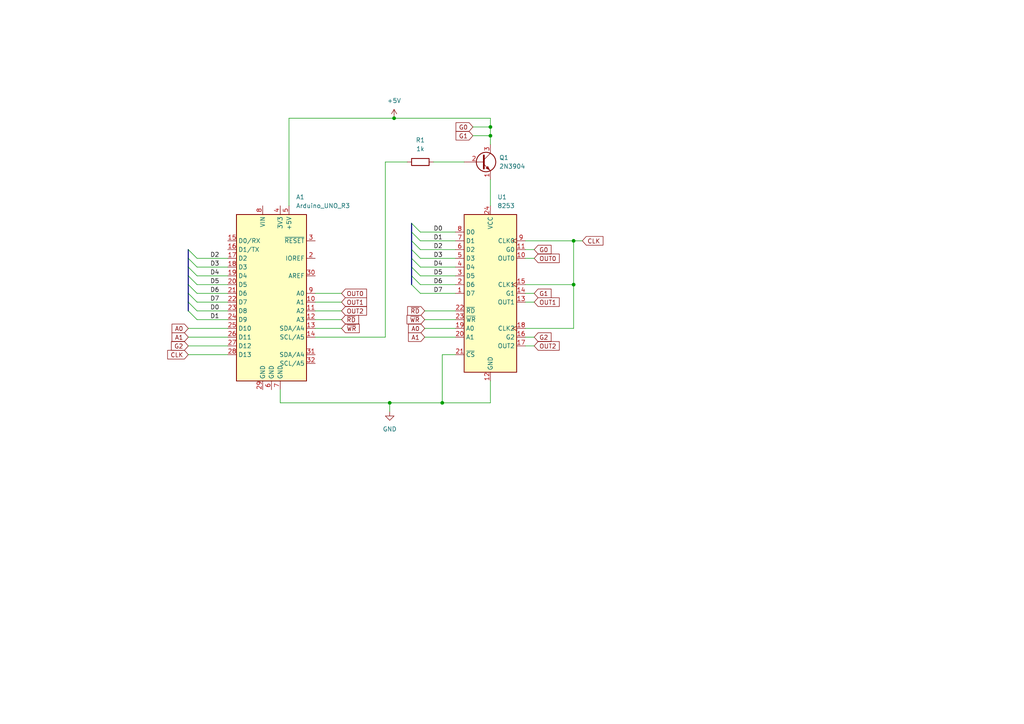
<source format=kicad_sch>
(kicad_sch (version 20211123) (generator eeschema)
  (paper "A4")
  (title_block (title "Arduino 8253") (date "2023-03-13") (rev "v1.0"))
  (lib_symbols
    (symbol "Device:R" (pin_numbers hide) (pin_names (offset 0))
      (property "Reference" "R" (at 2.032 0 90))
      (property "Value" "R" (at 0 0 90))
      (symbol "R_0_1"
        (rectangle (start -1.016 -2.54) (end 1.016 2.54) (stroke (width 0.254)))
      )
      (symbol "R_1_1"
        (pin passive line (at 0 3.81 270) (length 1.27) (name "~") (number "1"))
        (pin passive line (at 0 -3.81 90) (length 1.27) (name "~") (number "2"))
      )
    )
    (symbol "MCU_Module:Arduino_UNO_R3"
      (property "Reference" "A" (at -10.16 23.495 0))
      (property "Value" "Arduino_UNO_R3" (at 5.08 -26.67 0))
      (symbol "Arduino_UNO_R3_0_1"
        (rectangle (start -10.16 22.86) (end 10.16 -25.4) (stroke (width 0.254)) (fill (type background)))
      )
      (symbol "Arduino_UNO_R3_1_1"
        (pin no_connect line (at -10.16 -20.32 0) (length 2.54) hide (name "NC") (number "1"))
        (pin bidirectional line (at 12.7 -2.54 180) (length 2.54) (name "A1") (number "10"))
        (pin bidirectional line (at 12.7 -5.08 180) (length 2.54) (name "A2") (number "11"))
        (pin bidirectional line (at 12.7 -7.62 180) (length 2.54) (name "A3") (number "12"))
        (pin bidirectional line (at 12.7 -10.16 180) (length 2.54) (name "SDA/A4") (number "13"))
        (pin bidirectional line (at 12.7 -12.7 180) (length 2.54) (name "SCL/A5") (number "14"))
        (pin bidirectional line (at -12.7 15.24 0) (length 2.54) (name "D0/RX") (number "15"))
        (pin bidirectional line (at -12.7 12.7 0) (length 2.54) (name "D1/TX") (number "16"))
        (pin bidirectional line (at -12.7 10.16 0) (length 2.54) (name "D2") (number "17"))
        (pin bidirectional line (at -12.7 7.62 0) (length 2.54) (name "D3") (number "18"))
        (pin bidirectional line (at -12.7 5.08 0) (length 2.54) (name "D4") (number "19"))
        (pin output line (at 12.7 10.16 180) (length 2.54) (name "IOREF") (number "2"))
        (pin bidirectional line (at -12.7 2.54 0) (length 2.54) (name "D5") (number "20"))
        (pin bidirectional line (at -12.7 0 0) (length 2.54) (name "D6") (number "21"))
        (pin bidirectional line (at -12.7 -2.54 0) (length 2.54) (name "D7") (number "22"))
        (pin bidirectional line (at -12.7 -5.08 0) (length 2.54) (name "D8") (number "23"))
        (pin bidirectional line (at -12.7 -7.62 0) (length 2.54) (name "D9") (number "24"))
        (pin bidirectional line (at -12.7 -10.16 0) (length 2.54) (name "D10") (number "25"))
        (pin bidirectional line (at -12.7 -12.7 0) (length 2.54) (name "D11") (number "26"))
        (pin bidirectional line (at -12.7 -15.24 0) (length 2.54) (name "D12") (number "27"))
        (pin bidirectional line (at -12.7 -17.78 0) (length 2.54) (name "D13") (number "28"))
        (pin power_in line (at -2.54 -27.94 90) (length 2.54) (name "GND") (number "29"))
        (pin input line (at 12.7 15.24 180) (length 2.54) (name "~{RESET}") (number "3"))
        (pin input line (at 12.7 5.08 180) (length 2.54) (name "AREF") (number "30"))
        (pin bidirectional line (at 12.7 -17.78 180) (length 2.54) (name "SDA/A4") (number "31"))
        (pin bidirectional line (at 12.7 -20.32 180) (length 2.54) (name "SCL/A5") (number "32"))
        (pin power_out line (at 2.54 25.4 270) (length 2.54) (name "3V3") (number "4"))
        (pin power_out line (at 5.08 25.4 270) (length 2.54) (name "+5V") (number "5"))
        (pin power_in line (at 0 -27.94 90) (length 2.54) (name "GND") (number "6"))
        (pin power_in line (at 2.54 -27.94 90) (length 2.54) (name "GND") (number "7"))
        (pin power_in line (at -2.54 25.4 270) (length 2.54) (name "VIN") (number "8"))
        (pin bidirectional line (at 12.7 0 180) (length 2.54) (name "A0") (number "9"))
      )
    )
    (symbol "Timer:8253"
      (property "Reference" "U" (at -5.08 24.13 0))
      (property "Value" "8253" (at 2.54 24.13 0))
      (symbol "8253_0_1"
        (rectangle (start -7.62 -22.86) (end 7.62 22.86) (stroke (width 0.254)) (fill (type background)))
      )
      (symbol "8253_1_1"
        (pin bidirectional line (at -10.16 0 0) (length 2.54) (name "D7") (number "1"))
        (pin output line (at 10.16 10.16 180) (length 2.54) (name "OUT0") (number "10"))
        (pin input line (at 10.16 12.7 180) (length 2.54) (name "G0") (number "11"))
        (pin power_in line (at 0 -25.4 90) (length 2.54) (name "GND") (number "12"))
        (pin output line (at 10.16 -2.54 180) (length 2.54) (name "OUT1") (number "13"))
        (pin input line (at 10.16 0 180) (length 2.54) (name "G1") (number "14"))
        (pin input clock (at 10.16 2.54 180) (length 2.54) (name "CLK1") (number "15"))
        (pin input line (at 10.16 -12.7 180) (length 2.54) (name "G2") (number "16"))
        (pin output line (at 10.16 -15.24 180) (length 2.54) (name "OUT2") (number "17"))
        (pin input clock (at 10.16 -10.16 180) (length 2.54) (name "CLK2") (number "18"))
        (pin input line (at -10.16 -10.16 0) (length 2.54) (name "A0") (number "19"))
        (pin bidirectional line (at -10.16 2.54 0) (length 2.54) (name "D6") (number "2"))
        (pin input line (at -10.16 -12.7 0) (length 2.54) (name "A1") (number "20"))
        (pin input line (at -10.16 -17.78 0) (length 2.54) (name "~{CS}") (number "21"))
        (pin input line (at -10.16 -5.08 0) (length 2.54) (name "~{RD}") (number "22"))
        (pin input line (at -10.16 -7.62 0) (length 2.54) (name "~{WR}") (number "23"))
        (pin power_in line (at 0 25.4 270) (length 2.54) (name "VCC") (number "24"))
        (pin bidirectional line (at -10.16 5.08 0) (length 2.54) (name "D5") (number "3"))
        (pin bidirectional line (at -10.16 7.62 0) (length 2.54) (name "D4") (number "4"))
        (pin bidirectional line (at -10.16 10.16 0) (length 2.54) (name "D3") (number "5"))
        (pin bidirectional line (at -10.16 12.7 0) (length 2.54) (name "D2") (number "6"))
        (pin bidirectional line (at -10.16 15.24 0) (length 2.54) (name "D1") (number "7"))
        (pin bidirectional line (at -10.16 17.78 0) (length 2.54) (name "D0") (number "8"))
        (pin input clock (at 10.16 15.24 180) (length 2.54) (name "CLK0") (number "9"))
      )
    )
    (symbol "Transistor_BJT:2N3904" (pin_names (offset 0) hide)
      (property "Reference" "Q" (at 5.08 1.905 0))
      (property "Value" "2N3904" (at 5.08 0 0))
      (symbol "2N3904_0_1"
        (polyline (pts (xy 0.635 0.635) (xy 2.54 2.54)))
        (polyline (pts (xy 0.635 -0.635) (xy 2.54 -2.54) (xy 2.54 -2.54)))
        (polyline (pts (xy 0.635 1.905) (xy 0.635 -1.905) (xy 0.635 -1.905)) (stroke (width 0.508)))
        (polyline (pts (xy 1.27 -1.778) (xy 1.778 -1.27) (xy 2.286 -2.286) (xy 1.27 -1.778) (xy 1.27 -1.778)) (fill (type outline)))
        (circle (center 1.27 0) (radius 2.8194) (stroke (width 0.254)))
      )
      (symbol "2N3904_1_1"
        (pin passive line (at 2.54 -5.08 90) (length 2.54) (name "E") (number "1"))
        (pin passive line (at -5.08 0 0) (length 5.715) (name "B") (number "2"))
        (pin passive line (at 2.54 5.08 270) (length 2.54) (name "C") (number "3"))
      )
    )
    (symbol "power:+5V" (power) (pin_names (offset 0))
      (property "Value" "+5V" (at 0 3.556 0))
      (symbol "+5V_0_1"
        (polyline (pts (xy -0.762 1.27) (xy 0 2.54)))
        (polyline (pts (xy 0 0) (xy 0 2.54)))
        (polyline (pts (xy 0 2.54) (xy 0.762 1.27)))
      )
      (symbol "+5V_1_1"
        (pin power_in line (at 0 0 90) (length 0) hide (name "+5V") (number "1"))
      )
    )
    (symbol "power:GND" (power) (pin_names (offset 0))
      (property "Value" "GND" (at 0 -3.81 0))
      (symbol "GND_0_1"
        (polyline (pts (xy 0 0) (xy 0 -1.27) (xy 1.27 -1.27) (xy 0 -2.54) (xy -1.27 -1.27) (xy 0 -1.27)))
      )
      (symbol "GND_1_1"
        (pin power_in line (at 0 0 270) (length 0) hide (name "GND") (number "1"))
      )
    )
  )
  (junction (at 142.24 39.37))
  (junction (at 113.03 116.84))
  (junction (at 142.24 36.83))
  (junction (at 128.27 116.84))
  (junction (at 166.37 69.85))
  (junction (at 166.37 82.55))
  (junction (at 114.3 34.29))
  (bus_entry (at 54.61 72.39) (size 2.54 2.54))
  (bus_entry (at 54.61 74.93) (size 2.54 2.54))
  (bus_entry (at 54.61 85.09) (size 2.54 2.54))
  (bus_entry (at 54.61 82.55) (size 2.54 2.54))
  (bus_entry (at 54.61 80.01) (size 2.54 2.54))
  (bus_entry (at 54.61 77.47) (size 2.54 2.54))
  (bus_entry (at 119.38 72.39) (size 2.54 2.54))
  (bus_entry (at 119.38 74.93) (size 2.54 2.54))
  (bus_entry (at 119.38 77.47) (size 2.54 2.54))
  (bus_entry (at 119.38 80.01) (size 2.54 2.54))
  (bus_entry (at 119.38 82.55) (size 2.54 2.54))
  (bus_entry (at 119.38 69.85) (size 2.54 2.54))
  (bus_entry (at 119.38 64.77) (size 2.54 2.54))
  (bus_entry (at 119.38 67.31) (size 2.54 2.54))
  (bus_entry (at 54.61 87.63) (size 2.54 2.54))
  (bus_entry (at 54.61 90.17) (size 2.54 2.54))
  (wire (pts (xy 57.15 87.63) (xy 66.04 87.63)))
  (wire (pts (xy 54.61 102.87) (xy 66.04 102.87)))
  (wire (pts (xy 57.15 90.17) (xy 66.04 90.17)))
  (wire (pts (xy 91.44 97.79) (xy 111.76 97.79)))
  (wire (pts (xy 113.03 116.84) (xy 113.03 119.38)))
  (wire (pts (xy 83.82 34.29) (xy 83.82 59.69)))
  (wire (pts (xy 91.44 95.25) (xy 99.06 95.25)))
  (wire (pts (xy 132.08 102.87) (xy 128.27 102.87)))
  (wire (pts (xy 54.61 95.25) (xy 66.04 95.25)))
  (wire (pts (xy 57.15 80.01) (xy 66.04 80.01)))
  (wire (pts (xy 121.92 69.85) (xy 132.08 69.85)))
  (wire (pts (xy 81.28 113.03) (xy 81.28 116.84)))
  (wire (pts (xy 121.92 72.39) (xy 132.08 72.39)))
  (wire (pts (xy 113.03 116.84) (xy 128.27 116.84)))
  (wire (pts (xy 137.16 39.37) (xy 142.24 39.37)))
  (wire (pts (xy 121.92 74.93) (xy 132.08 74.93)))
  (wire (pts (xy 137.16 36.83) (xy 142.24 36.83)))
  (wire (pts (xy 57.15 77.47) (xy 66.04 77.47)))
  (bus (pts (xy 119.38 80.01) (xy 119.38 82.55)))
  (wire (pts (xy 152.4 97.79) (xy 154.94 97.79)))
  (wire (pts (xy 114.3 34.29) (xy 83.82 34.29)))
  (wire (pts (xy 123.19 90.17) (xy 132.08 90.17)))
  (wire (pts (xy 123.19 92.71) (xy 132.08 92.71)))
  (wire (pts (xy 152.4 87.63) (xy 154.94 87.63)))
  (wire (pts (xy 152.4 82.55) (xy 166.37 82.55)))
  (wire (pts (xy 152.4 74.93) (xy 154.94 74.93)))
  (wire (pts (xy 121.92 67.31) (xy 132.08 67.31)))
  (wire (pts (xy 111.76 97.79) (xy 111.76 46.99)))
  (wire (pts (xy 91.44 92.71) (xy 99.06 92.71)))
  (wire (pts (xy 166.37 69.85) (xy 166.37 82.55)))
  (wire (pts (xy 142.24 36.83) (xy 142.24 34.29)))
  (wire (pts (xy 57.15 92.71) (xy 66.04 92.71)))
  (bus (pts (xy 54.61 82.55) (xy 54.61 85.09)))
  (bus (pts (xy 54.61 74.93) (xy 54.61 77.47)))
  (wire (pts (xy 142.24 39.37) (xy 142.24 36.83)))
  (wire (pts (xy 54.61 97.79) (xy 66.04 97.79)))
  (wire (pts (xy 57.15 82.55) (xy 66.04 82.55)))
  (wire (pts (xy 91.44 87.63) (xy 99.06 87.63)))
  (bus (pts (xy 119.38 64.77) (xy 119.38 67.31)))
  (wire (pts (xy 152.4 69.85) (xy 166.37 69.85)))
  (bus (pts (xy 119.38 74.93) (xy 119.38 77.47)))
  (wire (pts (xy 121.92 85.09) (xy 132.08 85.09)))
  (wire (pts (xy 152.4 100.33) (xy 154.94 100.33)))
  (bus (pts (xy 119.38 72.39) (xy 119.38 74.93)))
  (bus (pts (xy 54.61 87.63) (xy 54.61 90.17)))
  (bus (pts (xy 54.61 80.01) (xy 54.61 82.55)))
  (wire (pts (xy 123.19 95.25) (xy 132.08 95.25)))
  (wire (pts (xy 57.15 74.93) (xy 66.04 74.93)))
  (wire (pts (xy 57.15 85.09) (xy 66.04 85.09)))
  (wire (pts (xy 121.92 77.47) (xy 132.08 77.47)))
  (bus (pts (xy 119.38 67.31) (xy 119.38 69.85)))
  (wire (pts (xy 91.44 85.09) (xy 99.06 85.09)))
  (bus (pts (xy 119.38 69.85) (xy 119.38 72.39)))
  (wire (pts (xy 128.27 116.84) (xy 142.24 116.84)))
  (wire (pts (xy 54.61 100.33) (xy 66.04 100.33)))
  (wire (pts (xy 123.19 97.79) (xy 132.08 97.79)))
  (wire (pts (xy 81.28 116.84) (xy 113.03 116.84)))
  (bus (pts (xy 119.38 77.47) (xy 119.38 80.01)))
  (bus (pts (xy 54.61 85.09) (xy 54.61 87.63)))
  (wire (pts (xy 142.24 116.84) (xy 142.24 110.49)))
  (wire (pts (xy 166.37 82.55) (xy 166.37 95.25)))
  (wire (pts (xy 111.76 46.99) (xy 118.11 46.99)))
  (wire (pts (xy 152.4 85.09) (xy 154.94 85.09)))
  (wire (pts (xy 91.44 90.17) (xy 99.06 90.17)))
  (wire (pts (xy 142.24 34.29) (xy 114.3 34.29)))
  (wire (pts (xy 125.73 46.99) (xy 134.62 46.99)))
  (wire (pts (xy 128.27 102.87) (xy 128.27 116.84)))
  (bus (pts (xy 54.61 77.47) (xy 54.61 80.01)))
  (wire (pts (xy 152.4 72.39) (xy 154.94 72.39)))
  (wire (pts (xy 166.37 69.85) (xy 168.91 69.85)))
  (wire (pts (xy 152.4 95.25) (xy 166.37 95.25)))
  (wire (pts (xy 121.92 80.01) (xy 132.08 80.01)))
  (wire (pts (xy 121.92 82.55) (xy 132.08 82.55)))
  (wire (pts (xy 142.24 59.69) (xy 142.24 52.07)))
  (bus (pts (xy 54.61 72.39) (xy 54.61 74.93)))
  (wire (pts (xy 142.24 41.91) (xy 142.24 39.37)))
  (label "D1" (at 60.96 92.71 0))
  (label "D0" (at 125.73 67.31 0))
  (label "D2" (at 125.73 72.39 0))
  (label "D6" (at 60.96 85.09 0))
  (label "D3" (at 125.73 74.93 0))
  (label "D7" (at 60.96 87.63 0))
  (label "D5" (at 125.73 80.01 0))
  (label "D5" (at 60.96 82.55 0))
  (label "D4" (at 60.96 80.01 0))
  (label "D6" (at 125.73 82.55 0))
  (label "D2" (at 60.96 74.93 0))
  (label "D3" (at 60.96 77.47 0))
  (label "D7" (at 125.73 85.09 0))
  (label "D1" (at 125.73 69.85 0))
  (label "D4" (at 125.73 77.47 0))
  (label "D0" (at 60.96 90.17 0))
  (global_label "A1" (shape input) (at 123.19 97.79 180) (property "Intersheet References" "${INTERSHEET_REFS}" (effects hide)))
  (global_label "G0" (shape input) (at 137.16 36.83 180) (property "Intersheet References" "${INTERSHEET_REFS}" (effects hide)))
  (global_label "OUT0" (shape input) (at 154.94 74.93 0) (property "Intersheet References" "${INTERSHEET_REFS}" (effects hide)))
  (global_label "G1" (shape input) (at 137.16 39.37 180) (property "Intersheet References" "${INTERSHEET_REFS}" (effects hide)))
  (global_label "CLK" (shape input) (at 54.61 102.87 180) (property "Intersheet References" "${INTERSHEET_REFS}" (effects hide)))
  (global_label "OUT2" (shape input) (at 99.06 90.17 0) (property "Intersheet References" "${INTERSHEET_REFS}" (effects hide)))
  (global_label "A0" (shape input) (at 123.19 95.25 180) (property "Intersheet References" "${INTERSHEET_REFS}" (effects hide)))
  (global_label "OUT2" (shape input) (at 154.94 100.33 0) (property "Intersheet References" "${INTERSHEET_REFS}" (effects hide)))
  (global_label "OUT0" (shape input) (at 99.06 85.09 0) (property "Intersheet References" "${INTERSHEET_REFS}" (effects hide)))
  (global_label "G1" (shape input) (at 154.94 85.09 0) (property "Intersheet References" "${INTERSHEET_REFS}" (effects hide)))
  (global_label "~{WR}" (shape input) (at 99.06 95.25 0) (property "Intersheet References" "${INTERSHEET_REFS}" (effects hide)))
  (global_label "~{RD}" (shape input) (at 99.06 92.71 0) (property "Intersheet References" "${INTERSHEET_REFS}" (effects hide)))
  (global_label "OUT1" (shape input) (at 154.94 87.63 0) (property "Intersheet References" "${INTERSHEET_REFS}" (effects hide)))
  (global_label "A0" (shape input) (at 54.61 95.25 180) (property "Intersheet References" "${INTERSHEET_REFS}" (effects hide)))
  (global_label "~{RD}" (shape input) (at 123.19 90.17 180) (property "Intersheet References" "${INTERSHEET_REFS}" (effects hide)))
  (global_label "CLK" (shape input) (at 168.91 69.85 0) (property "Intersheet References" "${INTERSHEET_REFS}" (effects hide)))
  (global_label "A1" (shape input) (at 54.61 97.79 180) (property "Intersheet References" "${INTERSHEET_REFS}" (effects hide)))
  (global_label "~{WR}" (shape input) (at 123.19 92.71 180) (property "Intersheet References" "${INTERSHEET_REFS}" (effects hide)))
  (global_label "G0" (shape input) (at 154.94 72.39 0) (property "Intersheet References" "${INTERSHEET_REFS}" (effects hide)))
  (global_label "G2" (shape input) (at 154.94 97.79 0) (property "Intersheet References" "${INTERSHEET_REFS}" (effects hide)))
  (global_label "OUT1" (shape input) (at 99.06 87.63 0) (property "Intersheet References" "${INTERSHEET_REFS}" (effects hide)))
  (global_label "G2" (shape input) (at 54.61 100.33 180) (property "Intersheet References" "${INTERSHEET_REFS}" (effects hide)))
  (symbol (lib_id "power:GND") (at 113.03 119.38 0) (unit 1)
    (property "Reference" "#PWR0102" (effects hide))
    (property "Value" "GND" (at 113.03 124.46 0))
  )
  (symbol (lib_id "power:+5V") (at 114.3 34.29 0) (unit 1)
    (property "Reference" "#PWR0101" (effects hide))
    (property "Value" "+5V" (at 114.3 29.21 0))
  )
  (symbol (lib_id "MCU_Module:Arduino_UNO_R3") (at 78.74 85.09 0) (unit 1)
    (property "Reference" "A1" (at 85.8394 57.15 0) (effects (justify left)))
    (property "Value" "Arduino_UNO_R3" (at 85.8394 59.69 0) (effects (justify left)))
    (property "Footprint" "Module:Arduino_UNO_R3" (effects hide))
    (property "Datasheet" "https://www.arduino.cc/en/Main/arduinoBoardUno" (effects hide))
  )
  (symbol (lib_id "Device:R") (at 121.92 46.99 90) (unit 1)
    (property "Reference" "R1" (at 121.92 40.64 90))
    (property "Value" "1k" (at 121.92 43.18 90))
    (property "Footprint" "Resistor_THT:R_Axial_DIN0204_L3.6mm_D1.6mm_P7.62mm_Horizontal" (effects hide))
  )
  (symbol (lib_id "Transistor_BJT:2N3904") (at 139.7 46.99 0) (unit 1)
    (property "Reference" "Q1" (at 144.78 45.7199 0) (effects (justify left)))
    (property "Value" "2N3904" (at 144.78 48.2599 0) (effects (justify left)))
    (property "Footprint" "Package_TO_SOT_THT:TO-92_Inline" (effects hide))
    (property "Datasheet" "https://www.onsemi.com/pub/Collateral/2N3903-D.PDF" (effects hide))
  )
  (symbol (lib_id "Timer:8253") (at 142.24 85.09 0) (unit 1)
    (property "Reference" "U1" (at 144.2594 57.15 0) (effects (justify left)))
    (property "Value" "8253" (at 144.2594 59.69 0) (effects (justify left)))
    (property "Footprint" "Package_DIP:DIP-24_W15.24mm" (effects hide))
    (property "Datasheet" "http://www.cpcwiki.eu/imgs/e/e3/8253.pdf" (effects hide))
  )
)
</source>
